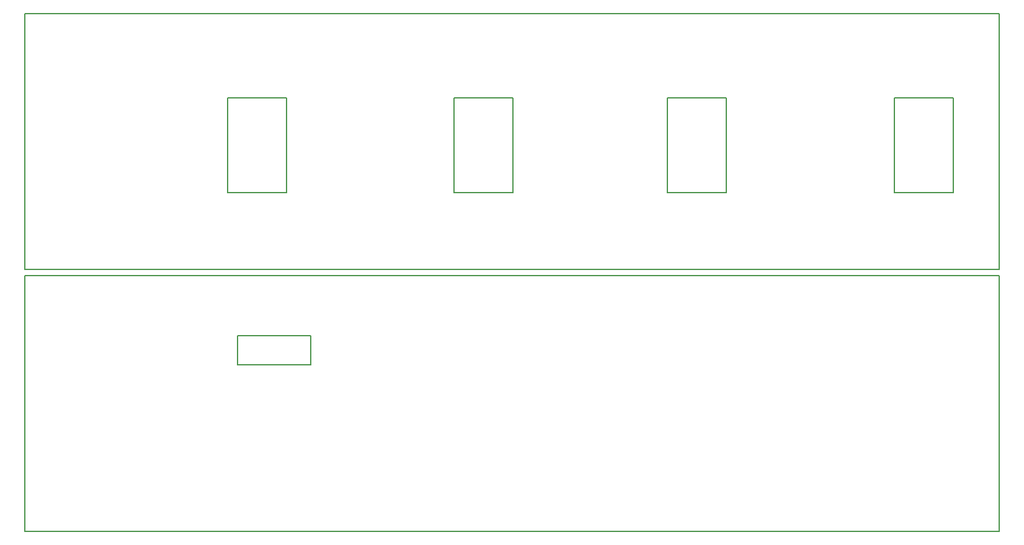
<source format=gm1>
G04 #@! TF.GenerationSoftware,KiCad,Pcbnew,5.0.2-bee76a0~70~ubuntu18.04.1*
G04 #@! TF.CreationDate,2018-12-10T22:00:33+02:00*
G04 #@! TF.ProjectId,panels,70616e65-6c73-42e6-9b69-6361645f7063,rev?*
G04 #@! TF.SameCoordinates,Original*
G04 #@! TF.FileFunction,Profile,NP*
%FSLAX46Y46*%
G04 Gerber Fmt 4.6, Leading zero omitted, Abs format (unit mm)*
G04 Created by KiCad (PCBNEW 5.0.2-bee76a0~70~ubuntu18.04.1) date Mon Dec 10 22:00:33 2018*
%MOMM*%
%LPD*%
G01*
G04 APERTURE LIST*
%ADD10C,0.150000*%
%ADD11C,0.200000*%
G04 APERTURE END LIST*
D10*
X182600000Y-41800000D02*
X182600000Y-76800000D01*
D11*
X88600000Y-89800000D02*
X78600000Y-89800000D01*
X88600000Y-85800000D02*
X88600000Y-89800000D01*
X78600000Y-85800000D02*
X88600000Y-85800000D01*
X78600000Y-89800000D02*
X78600000Y-85800000D01*
D10*
X49600000Y-77600000D02*
X182600000Y-77600000D01*
X49600000Y-112600000D02*
X49600000Y-77600000D01*
X182600000Y-77600000D02*
X182600000Y-112600000D01*
X182600000Y-112600000D02*
X49600000Y-112600000D01*
D11*
X168300000Y-66300000D02*
X168300000Y-53300000D01*
X176300000Y-66300000D02*
X168300000Y-66300000D01*
X176300000Y-53300000D02*
X176300000Y-66300000D01*
X168300000Y-53300000D02*
X176300000Y-53300000D01*
X137300000Y-66300000D02*
X137300000Y-53300000D01*
X145300000Y-66300000D02*
X137300000Y-66300000D01*
X145300000Y-53300000D02*
X145300000Y-66300000D01*
X137300000Y-53300000D02*
X145300000Y-53300000D01*
X108200000Y-66300000D02*
X108200000Y-53300000D01*
X116200000Y-66300000D02*
X108200000Y-66300000D01*
X116200000Y-53300000D02*
X116200000Y-66300000D01*
X108200000Y-53300000D02*
X116200000Y-53300000D01*
X77300000Y-66300000D02*
X77300000Y-53300000D01*
X85300000Y-66300000D02*
X77300000Y-66300000D01*
X85300000Y-53300000D02*
X85300000Y-66300000D01*
X77300000Y-53300000D02*
X85300000Y-53300000D01*
D10*
X182600000Y-76800000D02*
X49600000Y-76800000D01*
X49600000Y-41800000D02*
X182600000Y-41800000D01*
X49600000Y-76800000D02*
X49600000Y-41800000D01*
M02*

</source>
